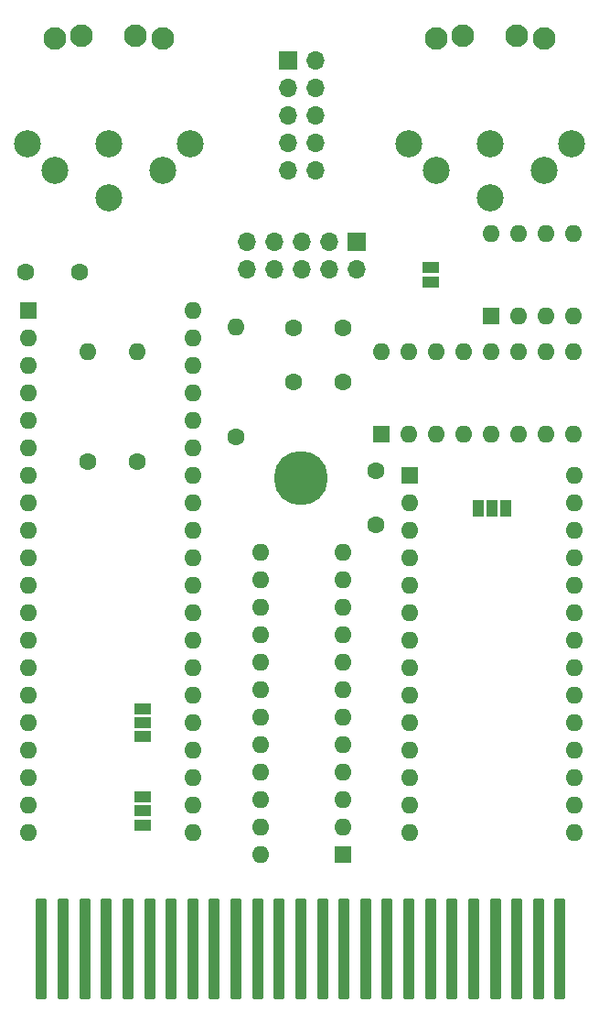
<source format=gbs>
G04 #@! TF.GenerationSoftware,KiCad,Pcbnew,6.0.2+dfsg-1*
G04 #@! TF.CreationDate,2025-05-07T23:53:05+02:00*
G04 #@! TF.ProjectId,burstcart,62757273-7463-4617-9274-2e6b69636164,1.1*
G04 #@! TF.SameCoordinates,Original*
G04 #@! TF.FileFunction,Soldermask,Bot*
G04 #@! TF.FilePolarity,Negative*
%FSLAX46Y46*%
G04 Gerber Fmt 4.6, Leading zero omitted, Abs format (unit mm)*
G04 Created by KiCad (PCBNEW 6.0.2+dfsg-1) date 2025-05-07 23:53:05*
%MOMM*%
%LPD*%
G01*
G04 APERTURE LIST*
G04 Aperture macros list*
%AMRoundRect*
0 Rectangle with rounded corners*
0 $1 Rounding radius*
0 $2 $3 $4 $5 $6 $7 $8 $9 X,Y pos of 4 corners*
0 Add a 4 corners polygon primitive as box body*
4,1,4,$2,$3,$4,$5,$6,$7,$8,$9,$2,$3,0*
0 Add four circle primitives for the rounded corners*
1,1,$1+$1,$2,$3*
1,1,$1+$1,$4,$5*
1,1,$1+$1,$6,$7*
1,1,$1+$1,$8,$9*
0 Add four rect primitives between the rounded corners*
20,1,$1+$1,$2,$3,$4,$5,0*
20,1,$1+$1,$4,$5,$6,$7,0*
20,1,$1+$1,$6,$7,$8,$9,0*
20,1,$1+$1,$8,$9,$2,$3,0*%
G04 Aperture macros list end*
%ADD10R,1.500000X1.000000*%
%ADD11C,1.600000*%
%ADD12R,1.700000X1.700000*%
%ADD13O,1.700000X1.700000*%
%ADD14C,2.100000*%
%ADD15C,2.500000*%
%ADD16R,1.600000X1.600000*%
%ADD17O,1.600000X1.600000*%
%ADD18C,5.000000*%
%ADD19RoundRect,0.163300X-0.337500X-4.512500X0.337500X-4.512500X0.337500X4.512500X-0.337500X4.512500X0*%
%ADD20R,1.000000X1.500000*%
G04 APERTURE END LIST*
D10*
X133604000Y-126298000D03*
X133604000Y-124998000D03*
X133604000Y-123698000D03*
D11*
X127762000Y-75184000D03*
X122762000Y-75184000D03*
D12*
X147066000Y-55626000D03*
D13*
X149606000Y-55626000D03*
X147066000Y-58166000D03*
X149606000Y-58166000D03*
X147066000Y-60706000D03*
X149606000Y-60706000D03*
X147066000Y-63246000D03*
X149606000Y-63246000D03*
X147066000Y-65786000D03*
X149606000Y-65786000D03*
D14*
X127976000Y-53294000D03*
X125476000Y-53594000D03*
X132976000Y-53294000D03*
X135476000Y-53594000D03*
D15*
X122976000Y-63294000D03*
X125476000Y-65794000D03*
X130476000Y-63294000D03*
X135476000Y-65794000D03*
X137976000Y-63294000D03*
X130476000Y-68294000D03*
D16*
X158375000Y-93965000D03*
D17*
X158375000Y-96505000D03*
X158375000Y-99045000D03*
X158375000Y-101585000D03*
X158375000Y-104125000D03*
X158375000Y-106665000D03*
X158375000Y-109205000D03*
X158375000Y-111745000D03*
X158375000Y-114285000D03*
X158375000Y-116825000D03*
X158375000Y-119365000D03*
X158375000Y-121905000D03*
X158375000Y-124445000D03*
X158375000Y-126985000D03*
X173615000Y-126985000D03*
X173615000Y-124445000D03*
X173615000Y-121905000D03*
X173615000Y-119365000D03*
X173615000Y-116825000D03*
X173615000Y-114285000D03*
X173615000Y-111745000D03*
X173615000Y-109205000D03*
X173615000Y-106665000D03*
X173615000Y-104125000D03*
X173615000Y-101585000D03*
X173615000Y-99045000D03*
X173615000Y-96505000D03*
X173615000Y-93965000D03*
D11*
X155194000Y-98512000D03*
X155194000Y-93512000D03*
X147574000Y-85304000D03*
X147574000Y-80304000D03*
D16*
X165872000Y-79238000D03*
D17*
X168412000Y-79238000D03*
X170952000Y-79238000D03*
X173492000Y-79238000D03*
X173492000Y-71618000D03*
X170952000Y-71618000D03*
X168412000Y-71618000D03*
X165872000Y-71618000D03*
D16*
X155692000Y-90160000D03*
D17*
X158232000Y-90160000D03*
X160772000Y-90160000D03*
X163312000Y-90160000D03*
X165852000Y-90160000D03*
X168392000Y-90160000D03*
X170932000Y-90160000D03*
X173472000Y-90160000D03*
X173472000Y-82540000D03*
X170932000Y-82540000D03*
X168392000Y-82540000D03*
X165852000Y-82540000D03*
X163312000Y-82540000D03*
X160772000Y-82540000D03*
X158232000Y-82540000D03*
X155692000Y-82540000D03*
D18*
X148253100Y-94259600D03*
D19*
X124253100Y-137759600D03*
X168253100Y-137759600D03*
X126253100Y-137759600D03*
X170253100Y-137759600D03*
X128253100Y-137759600D03*
X172253100Y-137759600D03*
X130253100Y-137759600D03*
X132253100Y-137759600D03*
X134253100Y-137759600D03*
X136253100Y-137759600D03*
X138253100Y-137759600D03*
X140253100Y-137759600D03*
X142253100Y-137759600D03*
X144253100Y-137759600D03*
X146253100Y-137759600D03*
X148253100Y-137759600D03*
X150253100Y-137759600D03*
X152253100Y-137759600D03*
X154253100Y-137759600D03*
X156253100Y-137759600D03*
X158253100Y-137759600D03*
X160253100Y-137759600D03*
X162253100Y-137759600D03*
X164253100Y-137759600D03*
X166253100Y-137759600D03*
D12*
X153411000Y-72385000D03*
D13*
X153411000Y-74925000D03*
X150871000Y-72385000D03*
X150871000Y-74925000D03*
X148331000Y-72385000D03*
X148331000Y-74925000D03*
X145791000Y-72385000D03*
X145791000Y-74925000D03*
X143251000Y-72385000D03*
X143251000Y-74925000D03*
D16*
X152146000Y-129032000D03*
D17*
X152146000Y-126492000D03*
X152146000Y-123952000D03*
X152146000Y-121412000D03*
X152146000Y-118872000D03*
X152146000Y-116332000D03*
X152146000Y-113792000D03*
X152146000Y-111252000D03*
X152146000Y-108712000D03*
X152146000Y-106172000D03*
X152146000Y-103632000D03*
X152146000Y-101092000D03*
X144526000Y-101092000D03*
X144526000Y-103632000D03*
X144526000Y-106172000D03*
X144526000Y-108712000D03*
X144526000Y-111252000D03*
X144526000Y-113792000D03*
X144526000Y-116332000D03*
X144526000Y-118872000D03*
X144526000Y-121412000D03*
X144526000Y-123952000D03*
X144526000Y-126492000D03*
X144526000Y-129032000D03*
D11*
X152146000Y-85344000D03*
X152146000Y-80344000D03*
D16*
X123000000Y-78740000D03*
D17*
X123000000Y-81280000D03*
X123000000Y-83820000D03*
X123000000Y-86360000D03*
X123000000Y-88900000D03*
X123000000Y-91440000D03*
X123000000Y-93980000D03*
X123000000Y-96520000D03*
X123000000Y-99060000D03*
X123000000Y-101600000D03*
X123000000Y-104140000D03*
X123000000Y-106680000D03*
X123000000Y-109220000D03*
X123000000Y-111760000D03*
X123000000Y-114300000D03*
X123000000Y-116840000D03*
X123000000Y-119380000D03*
X123000000Y-121920000D03*
X123000000Y-124460000D03*
X123000000Y-127000000D03*
X138240000Y-127000000D03*
X138240000Y-124460000D03*
X138240000Y-121920000D03*
X138240000Y-119380000D03*
X138240000Y-116840000D03*
X138240000Y-114300000D03*
X138240000Y-111760000D03*
X138240000Y-109220000D03*
X138240000Y-106680000D03*
X138240000Y-104140000D03*
X138240000Y-101600000D03*
X138240000Y-99060000D03*
X138240000Y-96520000D03*
X138240000Y-93980000D03*
X138240000Y-91440000D03*
X138240000Y-88900000D03*
X138240000Y-86360000D03*
X138240000Y-83820000D03*
X138240000Y-81280000D03*
X138240000Y-78740000D03*
D11*
X142240000Y-90424000D03*
D17*
X142240000Y-80264000D03*
D14*
X163282000Y-53294000D03*
X160782000Y-53594000D03*
X170782000Y-53594000D03*
X168282000Y-53294000D03*
D15*
X158282000Y-63294000D03*
X160782000Y-65794000D03*
X165782000Y-63294000D03*
X170782000Y-65794000D03*
X173282000Y-63294000D03*
X165782000Y-68294000D03*
D10*
X133604000Y-118140000D03*
X133604000Y-116840000D03*
X133604000Y-115540000D03*
D20*
X167263600Y-97028000D03*
X165963600Y-97028000D03*
X164663600Y-97028000D03*
D11*
X128524000Y-92710000D03*
D17*
X128524000Y-82550000D03*
D10*
X160274000Y-76088000D03*
X160274000Y-74788000D03*
D11*
X133096000Y-92710000D03*
D17*
X133096000Y-82550000D03*
M02*

</source>
